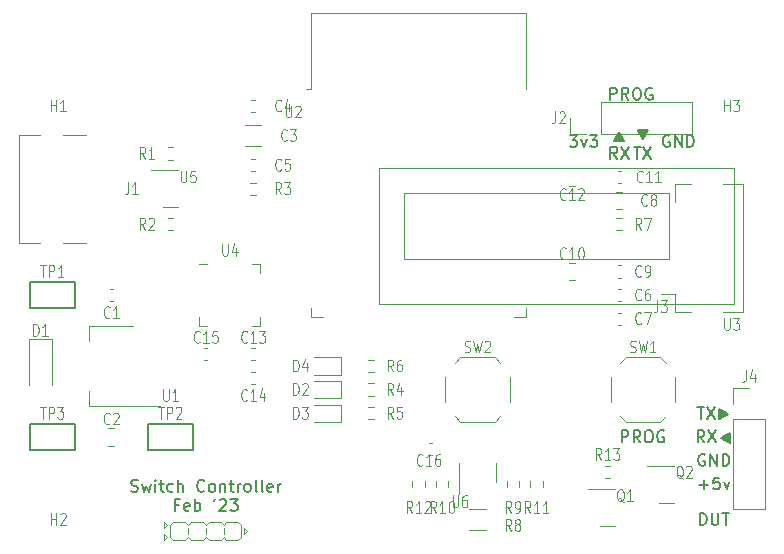
<source format=gbr>
G04 #@! TF.GenerationSoftware,KiCad,Pcbnew,(6.0.7)*
G04 #@! TF.CreationDate,2023-02-18T12:54:12-08:00*
G04 #@! TF.ProjectId,SwitchControllerBoard,53776974-6368-4436-9f6e-74726f6c6c65,rev?*
G04 #@! TF.SameCoordinates,Original*
G04 #@! TF.FileFunction,Legend,Top*
G04 #@! TF.FilePolarity,Positive*
%FSLAX46Y46*%
G04 Gerber Fmt 4.6, Leading zero omitted, Abs format (unit mm)*
G04 Created by KiCad (PCBNEW (6.0.7)) date 2023-02-18 12:54:12*
%MOMM*%
%LPD*%
G01*
G04 APERTURE LIST*
%ADD10C,0.150000*%
%ADD11C,0.100000*%
%ADD12C,0.120000*%
G04 APERTURE END LIST*
D10*
X150809523Y-38452380D02*
X151428571Y-38452380D01*
X151095238Y-38833333D01*
X151238095Y-38833333D01*
X151333333Y-38880952D01*
X151380952Y-38928571D01*
X151428571Y-39023809D01*
X151428571Y-39261904D01*
X151380952Y-39357142D01*
X151333333Y-39404761D01*
X151238095Y-39452380D01*
X150952380Y-39452380D01*
X150857142Y-39404761D01*
X150809523Y-39357142D01*
X151761904Y-38785714D02*
X152000000Y-39452380D01*
X152238095Y-38785714D01*
X152523809Y-38452380D02*
X153142857Y-38452380D01*
X152809523Y-38833333D01*
X152952380Y-38833333D01*
X153047619Y-38880952D01*
X153095238Y-38928571D01*
X153142857Y-39023809D01*
X153142857Y-39261904D01*
X153095238Y-39357142D01*
X153047619Y-39404761D01*
X152952380Y-39452380D01*
X152666666Y-39452380D01*
X152571428Y-39404761D01*
X152523809Y-39357142D01*
X162214285Y-64452380D02*
X161880952Y-63976190D01*
X161642857Y-64452380D02*
X161642857Y-63452380D01*
X162023809Y-63452380D01*
X162119047Y-63500000D01*
X162166666Y-63547619D01*
X162214285Y-63642857D01*
X162214285Y-63785714D01*
X162166666Y-63880952D01*
X162119047Y-63928571D01*
X162023809Y-63976190D01*
X161642857Y-63976190D01*
X162547619Y-63452380D02*
X163214285Y-64452380D01*
X163214285Y-63452380D02*
X162547619Y-64452380D01*
X164309523Y-64452380D02*
X164309523Y-63690476D01*
X164261904Y-64404761D02*
X164261904Y-63738095D01*
X164214285Y-64404761D02*
X164214285Y-63738095D01*
X164166666Y-64357142D02*
X164166666Y-63785714D01*
X164119047Y-64357142D02*
X164119047Y-63785714D01*
X164071428Y-64309523D02*
X164071428Y-63833333D01*
X164023809Y-64309523D02*
X164023809Y-63833333D01*
X163976190Y-64261904D02*
X163976190Y-63880952D01*
X163928571Y-64214285D02*
X163928571Y-63928571D01*
X163880952Y-64214285D02*
X163880952Y-63928571D01*
X163833333Y-64166666D02*
X163833333Y-63976190D01*
X163785714Y-64166666D02*
X163785714Y-63976190D01*
X163738095Y-64071428D02*
X163690476Y-64071428D01*
X163738095Y-64119047D02*
X163738095Y-64023809D01*
X164357142Y-64452380D02*
X163642857Y-64071428D01*
X164357142Y-63690476D01*
X163595238Y-64071428D02*
X164357142Y-63642857D01*
X164357142Y-64500000D01*
X163595238Y-64071428D01*
X155214285Y-64452380D02*
X155214285Y-63452380D01*
X155595238Y-63452380D01*
X155690476Y-63500000D01*
X155738095Y-63547619D01*
X155785714Y-63642857D01*
X155785714Y-63785714D01*
X155738095Y-63880952D01*
X155690476Y-63928571D01*
X155595238Y-63976190D01*
X155214285Y-63976190D01*
X156785714Y-64452380D02*
X156452380Y-63976190D01*
X156214285Y-64452380D02*
X156214285Y-63452380D01*
X156595238Y-63452380D01*
X156690476Y-63500000D01*
X156738095Y-63547619D01*
X156785714Y-63642857D01*
X156785714Y-63785714D01*
X156738095Y-63880952D01*
X156690476Y-63928571D01*
X156595238Y-63976190D01*
X156214285Y-63976190D01*
X157404761Y-63452380D02*
X157595238Y-63452380D01*
X157690476Y-63500000D01*
X157785714Y-63595238D01*
X157833333Y-63785714D01*
X157833333Y-64119047D01*
X157785714Y-64309523D01*
X157690476Y-64404761D01*
X157595238Y-64452380D01*
X157404761Y-64452380D01*
X157309523Y-64404761D01*
X157214285Y-64309523D01*
X157166666Y-64119047D01*
X157166666Y-63785714D01*
X157214285Y-63595238D01*
X157309523Y-63500000D01*
X157404761Y-63452380D01*
X158785714Y-63500000D02*
X158690476Y-63452380D01*
X158547619Y-63452380D01*
X158404761Y-63500000D01*
X158309523Y-63595238D01*
X158261904Y-63690476D01*
X158214285Y-63880952D01*
X158214285Y-64023809D01*
X158261904Y-64214285D01*
X158309523Y-64309523D01*
X158404761Y-64404761D01*
X158547619Y-64452380D01*
X158642857Y-64452380D01*
X158785714Y-64404761D01*
X158833333Y-64357142D01*
X158833333Y-64023809D01*
X158642857Y-64023809D01*
X159238095Y-38500000D02*
X159142857Y-38452380D01*
X159000000Y-38452380D01*
X158857142Y-38500000D01*
X158761904Y-38595238D01*
X158714285Y-38690476D01*
X158666666Y-38880952D01*
X158666666Y-39023809D01*
X158714285Y-39214285D01*
X158761904Y-39309523D01*
X158857142Y-39404761D01*
X159000000Y-39452380D01*
X159095238Y-39452380D01*
X159238095Y-39404761D01*
X159285714Y-39357142D01*
X159285714Y-39023809D01*
X159095238Y-39023809D01*
X159714285Y-39452380D02*
X159714285Y-38452380D01*
X160285714Y-39452380D01*
X160285714Y-38452380D01*
X160761904Y-39452380D02*
X160761904Y-38452380D01*
X161000000Y-38452380D01*
X161142857Y-38500000D01*
X161238095Y-38595238D01*
X161285714Y-38690476D01*
X161333333Y-38880952D01*
X161333333Y-39023809D01*
X161285714Y-39214285D01*
X161238095Y-39309523D01*
X161142857Y-39404761D01*
X161000000Y-39452380D01*
X160761904Y-39452380D01*
X156238095Y-39452380D02*
X156809523Y-39452380D01*
X156523809Y-40452380D02*
X156523809Y-39452380D01*
X157047619Y-39452380D02*
X157714285Y-40452380D01*
X157714285Y-39452380D02*
X157047619Y-40452380D01*
X161761904Y-68071428D02*
X162523809Y-68071428D01*
X162142857Y-68452380D02*
X162142857Y-67690476D01*
X163476190Y-67452380D02*
X163000000Y-67452380D01*
X162952380Y-67928571D01*
X163000000Y-67880952D01*
X163095238Y-67833333D01*
X163333333Y-67833333D01*
X163428571Y-67880952D01*
X163476190Y-67928571D01*
X163523809Y-68023809D01*
X163523809Y-68261904D01*
X163476190Y-68357142D01*
X163428571Y-68404761D01*
X163333333Y-68452380D01*
X163095238Y-68452380D01*
X163000000Y-68404761D01*
X162952380Y-68357142D01*
X163857142Y-67785714D02*
X164095238Y-68452380D01*
X164333333Y-67785714D01*
X154619047Y-38904761D02*
X154619047Y-38952380D01*
X154666666Y-38809523D02*
X154666666Y-38952380D01*
X154714285Y-38714285D02*
X154714285Y-38952380D01*
X154761904Y-38619047D02*
X154761904Y-38952380D01*
X154809523Y-38571428D02*
X154809523Y-38952380D01*
X154857142Y-38476190D02*
X154857142Y-38952380D01*
X154904761Y-38380952D02*
X154904761Y-38952380D01*
X154952380Y-38285714D02*
X154952380Y-38952380D01*
X155000000Y-38190476D02*
X155000000Y-38952380D01*
X155047619Y-38285714D02*
X155047619Y-38952380D01*
X155095238Y-38380952D02*
X155095238Y-38952380D01*
X155142857Y-38476190D02*
X155142857Y-38952380D01*
X155190476Y-38571428D02*
X155190476Y-38952380D01*
X155238095Y-38619047D02*
X155238095Y-38952380D01*
X155285714Y-38714285D02*
X155285714Y-38952380D01*
X155333333Y-38809523D02*
X155333333Y-38952380D01*
X155380952Y-38952380D02*
X155000000Y-38238095D01*
X154619047Y-38952380D01*
X155380952Y-38904761D02*
X155380952Y-38952380D01*
X155000000Y-38190476D02*
X155428571Y-38952380D01*
X154571428Y-38952380D01*
X155000000Y-38190476D01*
X162238095Y-65500000D02*
X162142857Y-65452380D01*
X162000000Y-65452380D01*
X161857142Y-65500000D01*
X161761904Y-65595238D01*
X161714285Y-65690476D01*
X161666666Y-65880952D01*
X161666666Y-66023809D01*
X161714285Y-66214285D01*
X161761904Y-66309523D01*
X161857142Y-66404761D01*
X162000000Y-66452380D01*
X162095238Y-66452380D01*
X162238095Y-66404761D01*
X162285714Y-66357142D01*
X162285714Y-66023809D01*
X162095238Y-66023809D01*
X162714285Y-66452380D02*
X162714285Y-65452380D01*
X163285714Y-66452380D01*
X163285714Y-65452380D01*
X163761904Y-66452380D02*
X163761904Y-65452380D01*
X164000000Y-65452380D01*
X164142857Y-65500000D01*
X164238095Y-65595238D01*
X164285714Y-65690476D01*
X164333333Y-65880952D01*
X164333333Y-66023809D01*
X164285714Y-66214285D01*
X164238095Y-66309523D01*
X164142857Y-66404761D01*
X164000000Y-66452380D01*
X163761904Y-66452380D01*
X161833333Y-71452380D02*
X161833333Y-70452380D01*
X162071428Y-70452380D01*
X162214285Y-70500000D01*
X162309523Y-70595238D01*
X162357142Y-70690476D01*
X162404761Y-70880952D01*
X162404761Y-71023809D01*
X162357142Y-71214285D01*
X162309523Y-71309523D01*
X162214285Y-71404761D01*
X162071428Y-71452380D01*
X161833333Y-71452380D01*
X162833333Y-70452380D02*
X162833333Y-71261904D01*
X162880952Y-71357142D01*
X162928571Y-71404761D01*
X163023809Y-71452380D01*
X163214285Y-71452380D01*
X163309523Y-71404761D01*
X163357142Y-71357142D01*
X163404761Y-71261904D01*
X163404761Y-70452380D01*
X163738095Y-70452380D02*
X164309523Y-70452380D01*
X164023809Y-71452380D02*
X164023809Y-70452380D01*
X161619047Y-61452380D02*
X162190476Y-61452380D01*
X161904761Y-62452380D02*
X161904761Y-61452380D01*
X162428571Y-61452380D02*
X163095238Y-62452380D01*
X163095238Y-61452380D02*
X162428571Y-62452380D01*
X163523809Y-61690476D02*
X163523809Y-62452380D01*
X163571428Y-61738095D02*
X163571428Y-62404761D01*
X163619047Y-61738095D02*
X163619047Y-62404761D01*
X163666666Y-61785714D02*
X163666666Y-62357142D01*
X163714285Y-61785714D02*
X163714285Y-62357142D01*
X163761904Y-61833333D02*
X163761904Y-62309523D01*
X163809523Y-61833333D02*
X163809523Y-62309523D01*
X163857142Y-61880952D02*
X163857142Y-62261904D01*
X163904761Y-61928571D02*
X163904761Y-62214285D01*
X163952380Y-61928571D02*
X163952380Y-62214285D01*
X164000000Y-61976190D02*
X164000000Y-62166666D01*
X164047619Y-61976190D02*
X164047619Y-62166666D01*
X164095238Y-62071428D02*
X164142857Y-62071428D01*
X164095238Y-62023809D02*
X164095238Y-62119047D01*
X163476190Y-61690476D02*
X164190476Y-62071428D01*
X163476190Y-62452380D01*
X164238095Y-62071428D02*
X163476190Y-62500000D01*
X163476190Y-61642857D01*
X164238095Y-62071428D01*
X113690476Y-68599761D02*
X113833333Y-68647380D01*
X114071428Y-68647380D01*
X114166666Y-68599761D01*
X114214285Y-68552142D01*
X114261904Y-68456904D01*
X114261904Y-68361666D01*
X114214285Y-68266428D01*
X114166666Y-68218809D01*
X114071428Y-68171190D01*
X113880952Y-68123571D01*
X113785714Y-68075952D01*
X113738095Y-68028333D01*
X113690476Y-67933095D01*
X113690476Y-67837857D01*
X113738095Y-67742619D01*
X113785714Y-67695000D01*
X113880952Y-67647380D01*
X114119047Y-67647380D01*
X114261904Y-67695000D01*
X114595238Y-67980714D02*
X114785714Y-68647380D01*
X114976190Y-68171190D01*
X115166666Y-68647380D01*
X115357142Y-67980714D01*
X115738095Y-68647380D02*
X115738095Y-67980714D01*
X115738095Y-67647380D02*
X115690476Y-67695000D01*
X115738095Y-67742619D01*
X115785714Y-67695000D01*
X115738095Y-67647380D01*
X115738095Y-67742619D01*
X116071428Y-67980714D02*
X116452380Y-67980714D01*
X116214285Y-67647380D02*
X116214285Y-68504523D01*
X116261904Y-68599761D01*
X116357142Y-68647380D01*
X116452380Y-68647380D01*
X117214285Y-68599761D02*
X117119047Y-68647380D01*
X116928571Y-68647380D01*
X116833333Y-68599761D01*
X116785714Y-68552142D01*
X116738095Y-68456904D01*
X116738095Y-68171190D01*
X116785714Y-68075952D01*
X116833333Y-68028333D01*
X116928571Y-67980714D01*
X117119047Y-67980714D01*
X117214285Y-68028333D01*
X117642857Y-68647380D02*
X117642857Y-67647380D01*
X118071428Y-68647380D02*
X118071428Y-68123571D01*
X118023809Y-68028333D01*
X117928571Y-67980714D01*
X117785714Y-67980714D01*
X117690476Y-68028333D01*
X117642857Y-68075952D01*
X119880952Y-68552142D02*
X119833333Y-68599761D01*
X119690476Y-68647380D01*
X119595238Y-68647380D01*
X119452380Y-68599761D01*
X119357142Y-68504523D01*
X119309523Y-68409285D01*
X119261904Y-68218809D01*
X119261904Y-68075952D01*
X119309523Y-67885476D01*
X119357142Y-67790238D01*
X119452380Y-67695000D01*
X119595238Y-67647380D01*
X119690476Y-67647380D01*
X119833333Y-67695000D01*
X119880952Y-67742619D01*
X120452380Y-68647380D02*
X120357142Y-68599761D01*
X120309523Y-68552142D01*
X120261904Y-68456904D01*
X120261904Y-68171190D01*
X120309523Y-68075952D01*
X120357142Y-68028333D01*
X120452380Y-67980714D01*
X120595238Y-67980714D01*
X120690476Y-68028333D01*
X120738095Y-68075952D01*
X120785714Y-68171190D01*
X120785714Y-68456904D01*
X120738095Y-68552142D01*
X120690476Y-68599761D01*
X120595238Y-68647380D01*
X120452380Y-68647380D01*
X121214285Y-67980714D02*
X121214285Y-68647380D01*
X121214285Y-68075952D02*
X121261904Y-68028333D01*
X121357142Y-67980714D01*
X121500000Y-67980714D01*
X121595238Y-68028333D01*
X121642857Y-68123571D01*
X121642857Y-68647380D01*
X121976190Y-67980714D02*
X122357142Y-67980714D01*
X122119047Y-67647380D02*
X122119047Y-68504523D01*
X122166666Y-68599761D01*
X122261904Y-68647380D01*
X122357142Y-68647380D01*
X122690476Y-68647380D02*
X122690476Y-67980714D01*
X122690476Y-68171190D02*
X122738095Y-68075952D01*
X122785714Y-68028333D01*
X122880952Y-67980714D01*
X122976190Y-67980714D01*
X123452380Y-68647380D02*
X123357142Y-68599761D01*
X123309523Y-68552142D01*
X123261904Y-68456904D01*
X123261904Y-68171190D01*
X123309523Y-68075952D01*
X123357142Y-68028333D01*
X123452380Y-67980714D01*
X123595238Y-67980714D01*
X123690476Y-68028333D01*
X123738095Y-68075952D01*
X123785714Y-68171190D01*
X123785714Y-68456904D01*
X123738095Y-68552142D01*
X123690476Y-68599761D01*
X123595238Y-68647380D01*
X123452380Y-68647380D01*
X124357142Y-68647380D02*
X124261904Y-68599761D01*
X124214285Y-68504523D01*
X124214285Y-67647380D01*
X124880952Y-68647380D02*
X124785714Y-68599761D01*
X124738095Y-68504523D01*
X124738095Y-67647380D01*
X125642857Y-68599761D02*
X125547619Y-68647380D01*
X125357142Y-68647380D01*
X125261904Y-68599761D01*
X125214285Y-68504523D01*
X125214285Y-68123571D01*
X125261904Y-68028333D01*
X125357142Y-67980714D01*
X125547619Y-67980714D01*
X125642857Y-68028333D01*
X125690476Y-68123571D01*
X125690476Y-68218809D01*
X125214285Y-68314047D01*
X126119047Y-68647380D02*
X126119047Y-67980714D01*
X126119047Y-68171190D02*
X126166666Y-68075952D01*
X126214285Y-68028333D01*
X126309523Y-67980714D01*
X126404761Y-67980714D01*
X117690476Y-69733571D02*
X117357142Y-69733571D01*
X117357142Y-70257380D02*
X117357142Y-69257380D01*
X117833333Y-69257380D01*
X118595238Y-70209761D02*
X118500000Y-70257380D01*
X118309523Y-70257380D01*
X118214285Y-70209761D01*
X118166666Y-70114523D01*
X118166666Y-69733571D01*
X118214285Y-69638333D01*
X118309523Y-69590714D01*
X118500000Y-69590714D01*
X118595238Y-69638333D01*
X118642857Y-69733571D01*
X118642857Y-69828809D01*
X118166666Y-69924047D01*
X119071428Y-70257380D02*
X119071428Y-69257380D01*
X119071428Y-69638333D02*
X119166666Y-69590714D01*
X119357142Y-69590714D01*
X119452380Y-69638333D01*
X119500000Y-69685952D01*
X119547619Y-69781190D01*
X119547619Y-70066904D01*
X119500000Y-70162142D01*
X119452380Y-70209761D01*
X119357142Y-70257380D01*
X119166666Y-70257380D01*
X119071428Y-70209761D01*
X120785714Y-69257380D02*
X120690476Y-69447857D01*
X121166666Y-69352619D02*
X121214285Y-69305000D01*
X121309523Y-69257380D01*
X121547619Y-69257380D01*
X121642857Y-69305000D01*
X121690476Y-69352619D01*
X121738095Y-69447857D01*
X121738095Y-69543095D01*
X121690476Y-69685952D01*
X121119047Y-70257380D01*
X121738095Y-70257380D01*
X122071428Y-69257380D02*
X122690476Y-69257380D01*
X122357142Y-69638333D01*
X122500000Y-69638333D01*
X122595238Y-69685952D01*
X122642857Y-69733571D01*
X122690476Y-69828809D01*
X122690476Y-70066904D01*
X122642857Y-70162142D01*
X122595238Y-70209761D01*
X122500000Y-70257380D01*
X122214285Y-70257380D01*
X122119047Y-70209761D01*
X122071428Y-70162142D01*
X154833333Y-40452380D02*
X154500000Y-39976190D01*
X154261904Y-40452380D02*
X154261904Y-39452380D01*
X154642857Y-39452380D01*
X154738095Y-39500000D01*
X154785714Y-39547619D01*
X154833333Y-39642857D01*
X154833333Y-39785714D01*
X154785714Y-39880952D01*
X154738095Y-39928571D01*
X154642857Y-39976190D01*
X154261904Y-39976190D01*
X155166666Y-39452380D02*
X155833333Y-40452380D01*
X155833333Y-39452380D02*
X155166666Y-40452380D01*
X157380952Y-38095238D02*
X157380952Y-38047619D01*
X157333333Y-38190476D02*
X157333333Y-38047619D01*
X157285714Y-38285714D02*
X157285714Y-38047619D01*
X157238095Y-38380952D02*
X157238095Y-38047619D01*
X157190476Y-38428571D02*
X157190476Y-38047619D01*
X157142857Y-38523809D02*
X157142857Y-38047619D01*
X157095238Y-38619047D02*
X157095238Y-38047619D01*
X157047619Y-38714285D02*
X157047619Y-38047619D01*
X157000000Y-38809523D02*
X157000000Y-38047619D01*
X156952380Y-38714285D02*
X156952380Y-38047619D01*
X156904761Y-38619047D02*
X156904761Y-38047619D01*
X156857142Y-38523809D02*
X156857142Y-38047619D01*
X156809523Y-38428571D02*
X156809523Y-38047619D01*
X156761904Y-38380952D02*
X156761904Y-38047619D01*
X156714285Y-38285714D02*
X156714285Y-38047619D01*
X156666666Y-38190476D02*
X156666666Y-38047619D01*
X156619047Y-38047619D02*
X157000000Y-38761904D01*
X157380952Y-38047619D01*
X156619047Y-38095238D02*
X156619047Y-38047619D01*
X157000000Y-38809523D02*
X156571428Y-38047619D01*
X157428571Y-38047619D01*
X157000000Y-38809523D01*
X154214285Y-35452380D02*
X154214285Y-34452380D01*
X154595238Y-34452380D01*
X154690476Y-34500000D01*
X154738095Y-34547619D01*
X154785714Y-34642857D01*
X154785714Y-34785714D01*
X154738095Y-34880952D01*
X154690476Y-34928571D01*
X154595238Y-34976190D01*
X154214285Y-34976190D01*
X155785714Y-35452380D02*
X155452380Y-34976190D01*
X155214285Y-35452380D02*
X155214285Y-34452380D01*
X155595238Y-34452380D01*
X155690476Y-34500000D01*
X155738095Y-34547619D01*
X155785714Y-34642857D01*
X155785714Y-34785714D01*
X155738095Y-34880952D01*
X155690476Y-34928571D01*
X155595238Y-34976190D01*
X155214285Y-34976190D01*
X156404761Y-34452380D02*
X156595238Y-34452380D01*
X156690476Y-34500000D01*
X156785714Y-34595238D01*
X156833333Y-34785714D01*
X156833333Y-35119047D01*
X156785714Y-35309523D01*
X156690476Y-35404761D01*
X156595238Y-35452380D01*
X156404761Y-35452380D01*
X156309523Y-35404761D01*
X156214285Y-35309523D01*
X156166666Y-35119047D01*
X156166666Y-34785714D01*
X156214285Y-34595238D01*
X156309523Y-34500000D01*
X156404761Y-34452380D01*
X157785714Y-34500000D02*
X157690476Y-34452380D01*
X157547619Y-34452380D01*
X157404761Y-34500000D01*
X157309523Y-34595238D01*
X157261904Y-34690476D01*
X157214285Y-34880952D01*
X157214285Y-35023809D01*
X157261904Y-35214285D01*
X157309523Y-35309523D01*
X157404761Y-35404761D01*
X157547619Y-35452380D01*
X157642857Y-35452380D01*
X157785714Y-35404761D01*
X157833333Y-35357142D01*
X157833333Y-35023809D01*
X157642857Y-35023809D01*
D11*
X145866666Y-71952380D02*
X145600000Y-71476190D01*
X145409523Y-71952380D02*
X145409523Y-70952380D01*
X145714285Y-70952380D01*
X145790476Y-71000000D01*
X145828571Y-71047619D01*
X145866666Y-71142857D01*
X145866666Y-71285714D01*
X145828571Y-71380952D01*
X145790476Y-71428571D01*
X145714285Y-71476190D01*
X145409523Y-71476190D01*
X146323809Y-71380952D02*
X146247619Y-71333333D01*
X146209523Y-71285714D01*
X146171428Y-71190476D01*
X146171428Y-71142857D01*
X146209523Y-71047619D01*
X146247619Y-71000000D01*
X146323809Y-70952380D01*
X146476190Y-70952380D01*
X146552380Y-71000000D01*
X146590476Y-71047619D01*
X146628571Y-71142857D01*
X146628571Y-71190476D01*
X146590476Y-71285714D01*
X146552380Y-71333333D01*
X146476190Y-71380952D01*
X146323809Y-71380952D01*
X146247619Y-71428571D01*
X146209523Y-71476190D01*
X146171428Y-71571428D01*
X146171428Y-71761904D01*
X146209523Y-71857142D01*
X146247619Y-71904761D01*
X146323809Y-71952380D01*
X146476190Y-71952380D01*
X146552380Y-71904761D01*
X146590476Y-71857142D01*
X146628571Y-71761904D01*
X146628571Y-71571428D01*
X146590476Y-71476190D01*
X146552380Y-71428571D01*
X146476190Y-71380952D01*
X135866666Y-58452380D02*
X135600000Y-57976190D01*
X135409523Y-58452380D02*
X135409523Y-57452380D01*
X135714285Y-57452380D01*
X135790476Y-57500000D01*
X135828571Y-57547619D01*
X135866666Y-57642857D01*
X135866666Y-57785714D01*
X135828571Y-57880952D01*
X135790476Y-57928571D01*
X135714285Y-57976190D01*
X135409523Y-57976190D01*
X136552380Y-57452380D02*
X136400000Y-57452380D01*
X136323809Y-57500000D01*
X136285714Y-57547619D01*
X136209523Y-57690476D01*
X136171428Y-57880952D01*
X136171428Y-58261904D01*
X136209523Y-58357142D01*
X136247619Y-58404761D01*
X136323809Y-58452380D01*
X136476190Y-58452380D01*
X136552380Y-58404761D01*
X136590476Y-58357142D01*
X136628571Y-58261904D01*
X136628571Y-58023809D01*
X136590476Y-57928571D01*
X136552380Y-57880952D01*
X136476190Y-57833333D01*
X136323809Y-57833333D01*
X136247619Y-57880952D01*
X136209523Y-57928571D01*
X136171428Y-58023809D01*
X153485714Y-65952380D02*
X153219047Y-65476190D01*
X153028571Y-65952380D02*
X153028571Y-64952380D01*
X153333333Y-64952380D01*
X153409523Y-65000000D01*
X153447619Y-65047619D01*
X153485714Y-65142857D01*
X153485714Y-65285714D01*
X153447619Y-65380952D01*
X153409523Y-65428571D01*
X153333333Y-65476190D01*
X153028571Y-65476190D01*
X154247619Y-65952380D02*
X153790476Y-65952380D01*
X154019047Y-65952380D02*
X154019047Y-64952380D01*
X153942857Y-65095238D01*
X153866666Y-65190476D01*
X153790476Y-65238095D01*
X154514285Y-64952380D02*
X155009523Y-64952380D01*
X154742857Y-65333333D01*
X154857142Y-65333333D01*
X154933333Y-65380952D01*
X154971428Y-65428571D01*
X155009523Y-65523809D01*
X155009523Y-65761904D01*
X154971428Y-65857142D01*
X154933333Y-65904761D01*
X154857142Y-65952380D01*
X154628571Y-65952380D01*
X154552380Y-65904761D01*
X154514285Y-65857142D01*
X126780476Y-35952380D02*
X126780476Y-36761904D01*
X126818571Y-36857142D01*
X126856666Y-36904761D01*
X126932857Y-36952380D01*
X127085238Y-36952380D01*
X127161428Y-36904761D01*
X127199523Y-36857142D01*
X127237619Y-36761904D01*
X127237619Y-35952380D01*
X127580476Y-36047619D02*
X127618571Y-36000000D01*
X127694761Y-35952380D01*
X127885238Y-35952380D01*
X127961428Y-36000000D01*
X127999523Y-36047619D01*
X128037619Y-36142857D01*
X128037619Y-36238095D01*
X127999523Y-36380952D01*
X127542380Y-36952380D01*
X128037619Y-36952380D01*
X105990476Y-49452380D02*
X106447619Y-49452380D01*
X106219047Y-50452380D02*
X106219047Y-49452380D01*
X106714285Y-50452380D02*
X106714285Y-49452380D01*
X107019047Y-49452380D01*
X107095238Y-49500000D01*
X107133333Y-49547619D01*
X107171428Y-49642857D01*
X107171428Y-49785714D01*
X107133333Y-49880952D01*
X107095238Y-49928571D01*
X107019047Y-49976190D01*
X106714285Y-49976190D01*
X107933333Y-50452380D02*
X107476190Y-50452380D01*
X107704761Y-50452380D02*
X107704761Y-49452380D01*
X107628571Y-49595238D01*
X107552380Y-49690476D01*
X107476190Y-49738095D01*
X150485714Y-43857142D02*
X150447619Y-43904761D01*
X150333333Y-43952380D01*
X150257142Y-43952380D01*
X150142857Y-43904761D01*
X150066666Y-43809523D01*
X150028571Y-43714285D01*
X149990476Y-43523809D01*
X149990476Y-43380952D01*
X150028571Y-43190476D01*
X150066666Y-43095238D01*
X150142857Y-43000000D01*
X150257142Y-42952380D01*
X150333333Y-42952380D01*
X150447619Y-43000000D01*
X150485714Y-43047619D01*
X151247619Y-43952380D02*
X150790476Y-43952380D01*
X151019047Y-43952380D02*
X151019047Y-42952380D01*
X150942857Y-43095238D01*
X150866666Y-43190476D01*
X150790476Y-43238095D01*
X151552380Y-43047619D02*
X151590476Y-43000000D01*
X151666666Y-42952380D01*
X151857142Y-42952380D01*
X151933333Y-43000000D01*
X151971428Y-43047619D01*
X152009523Y-43142857D01*
X152009523Y-43238095D01*
X151971428Y-43380952D01*
X151514285Y-43952380D01*
X152009523Y-43952380D01*
X150485714Y-48857142D02*
X150447619Y-48904761D01*
X150333333Y-48952380D01*
X150257142Y-48952380D01*
X150142857Y-48904761D01*
X150066666Y-48809523D01*
X150028571Y-48714285D01*
X149990476Y-48523809D01*
X149990476Y-48380952D01*
X150028571Y-48190476D01*
X150066666Y-48095238D01*
X150142857Y-48000000D01*
X150257142Y-47952380D01*
X150333333Y-47952380D01*
X150447619Y-48000000D01*
X150485714Y-48047619D01*
X151247619Y-48952380D02*
X150790476Y-48952380D01*
X151019047Y-48952380D02*
X151019047Y-47952380D01*
X150942857Y-48095238D01*
X150866666Y-48190476D01*
X150790476Y-48238095D01*
X151742857Y-47952380D02*
X151819047Y-47952380D01*
X151895238Y-48000000D01*
X151933333Y-48047619D01*
X151971428Y-48142857D01*
X152009523Y-48333333D01*
X152009523Y-48571428D01*
X151971428Y-48761904D01*
X151933333Y-48857142D01*
X151895238Y-48904761D01*
X151819047Y-48952380D01*
X151742857Y-48952380D01*
X151666666Y-48904761D01*
X151628571Y-48857142D01*
X151590476Y-48761904D01*
X151552380Y-48571428D01*
X151552380Y-48333333D01*
X151590476Y-48142857D01*
X151628571Y-48047619D01*
X151666666Y-48000000D01*
X151742857Y-47952380D01*
X115990476Y-61452380D02*
X116447619Y-61452380D01*
X116219047Y-62452380D02*
X116219047Y-61452380D01*
X116714285Y-62452380D02*
X116714285Y-61452380D01*
X117019047Y-61452380D01*
X117095238Y-61500000D01*
X117133333Y-61547619D01*
X117171428Y-61642857D01*
X117171428Y-61785714D01*
X117133333Y-61880952D01*
X117095238Y-61928571D01*
X117019047Y-61976190D01*
X116714285Y-61976190D01*
X117476190Y-61547619D02*
X117514285Y-61500000D01*
X117590476Y-61452380D01*
X117780952Y-61452380D01*
X117857142Y-61500000D01*
X117895238Y-61547619D01*
X117933333Y-61642857D01*
X117933333Y-61738095D01*
X117895238Y-61880952D01*
X117438095Y-62452380D01*
X117933333Y-62452380D01*
X140890476Y-68952380D02*
X140890476Y-69761904D01*
X140928571Y-69857142D01*
X140966666Y-69904761D01*
X141042857Y-69952380D01*
X141195238Y-69952380D01*
X141271428Y-69904761D01*
X141309523Y-69857142D01*
X141347619Y-69761904D01*
X141347619Y-68952380D01*
X142071428Y-68952380D02*
X141919047Y-68952380D01*
X141842857Y-69000000D01*
X141804761Y-69047619D01*
X141728571Y-69190476D01*
X141690476Y-69380952D01*
X141690476Y-69761904D01*
X141728571Y-69857142D01*
X141766666Y-69904761D01*
X141842857Y-69952380D01*
X141995238Y-69952380D01*
X142071428Y-69904761D01*
X142109523Y-69857142D01*
X142147619Y-69761904D01*
X142147619Y-69523809D01*
X142109523Y-69428571D01*
X142071428Y-69380952D01*
X141995238Y-69333333D01*
X141842857Y-69333333D01*
X141766666Y-69380952D01*
X141728571Y-69428571D01*
X141690476Y-69523809D01*
X127409523Y-60452380D02*
X127409523Y-59452380D01*
X127600000Y-59452380D01*
X127714285Y-59500000D01*
X127790476Y-59595238D01*
X127828571Y-59690476D01*
X127866666Y-59880952D01*
X127866666Y-60023809D01*
X127828571Y-60214285D01*
X127790476Y-60309523D01*
X127714285Y-60404761D01*
X127600000Y-60452380D01*
X127409523Y-60452380D01*
X128171428Y-59547619D02*
X128209523Y-59500000D01*
X128285714Y-59452380D01*
X128476190Y-59452380D01*
X128552380Y-59500000D01*
X128590476Y-59547619D01*
X128628571Y-59642857D01*
X128628571Y-59738095D01*
X128590476Y-59880952D01*
X128133333Y-60452380D01*
X128628571Y-60452380D01*
X105409523Y-55452380D02*
X105409523Y-54452380D01*
X105600000Y-54452380D01*
X105714285Y-54500000D01*
X105790476Y-54595238D01*
X105828571Y-54690476D01*
X105866666Y-54880952D01*
X105866666Y-55023809D01*
X105828571Y-55214285D01*
X105790476Y-55309523D01*
X105714285Y-55404761D01*
X105600000Y-55452380D01*
X105409523Y-55452380D01*
X106628571Y-55452380D02*
X106171428Y-55452380D01*
X106400000Y-55452380D02*
X106400000Y-54452380D01*
X106323809Y-54595238D01*
X106247619Y-54690476D01*
X106171428Y-54738095D01*
X117890476Y-41452380D02*
X117890476Y-42261904D01*
X117928571Y-42357142D01*
X117966666Y-42404761D01*
X118042857Y-42452380D01*
X118195238Y-42452380D01*
X118271428Y-42404761D01*
X118309523Y-42357142D01*
X118347619Y-42261904D01*
X118347619Y-41452380D01*
X119109523Y-41452380D02*
X118728571Y-41452380D01*
X118690476Y-41928571D01*
X118728571Y-41880952D01*
X118804761Y-41833333D01*
X118995238Y-41833333D01*
X119071428Y-41880952D01*
X119109523Y-41928571D01*
X119147619Y-42023809D01*
X119147619Y-42261904D01*
X119109523Y-42357142D01*
X119071428Y-42404761D01*
X118995238Y-42452380D01*
X118804761Y-42452380D01*
X118728571Y-42404761D01*
X118690476Y-42357142D01*
X145866666Y-70452380D02*
X145600000Y-69976190D01*
X145409523Y-70452380D02*
X145409523Y-69452380D01*
X145714285Y-69452380D01*
X145790476Y-69500000D01*
X145828571Y-69547619D01*
X145866666Y-69642857D01*
X145866666Y-69785714D01*
X145828571Y-69880952D01*
X145790476Y-69928571D01*
X145714285Y-69976190D01*
X145409523Y-69976190D01*
X146247619Y-70452380D02*
X146400000Y-70452380D01*
X146476190Y-70404761D01*
X146514285Y-70357142D01*
X146590476Y-70214285D01*
X146628571Y-70023809D01*
X146628571Y-69642857D01*
X146590476Y-69547619D01*
X146552380Y-69500000D01*
X146476190Y-69452380D01*
X146323809Y-69452380D01*
X146247619Y-69500000D01*
X146209523Y-69547619D01*
X146171428Y-69642857D01*
X146171428Y-69880952D01*
X146209523Y-69976190D01*
X146247619Y-70023809D01*
X146323809Y-70071428D01*
X146476190Y-70071428D01*
X146552380Y-70023809D01*
X146590476Y-69976190D01*
X146628571Y-69880952D01*
X126366666Y-36357142D02*
X126328571Y-36404761D01*
X126214285Y-36452380D01*
X126138095Y-36452380D01*
X126023809Y-36404761D01*
X125947619Y-36309523D01*
X125909523Y-36214285D01*
X125871428Y-36023809D01*
X125871428Y-35880952D01*
X125909523Y-35690476D01*
X125947619Y-35595238D01*
X126023809Y-35500000D01*
X126138095Y-35452380D01*
X126214285Y-35452380D01*
X126328571Y-35500000D01*
X126366666Y-35547619D01*
X127052380Y-35785714D02*
X127052380Y-36452380D01*
X126861904Y-35404761D02*
X126671428Y-36119047D01*
X127166666Y-36119047D01*
X121390476Y-47652380D02*
X121390476Y-48461904D01*
X121428571Y-48557142D01*
X121466666Y-48604761D01*
X121542857Y-48652380D01*
X121695238Y-48652380D01*
X121771428Y-48604761D01*
X121809523Y-48557142D01*
X121847619Y-48461904D01*
X121847619Y-47652380D01*
X122571428Y-47985714D02*
X122571428Y-48652380D01*
X122380952Y-47604761D02*
X122190476Y-48319047D01*
X122685714Y-48319047D01*
X158233333Y-52452380D02*
X158233333Y-53166666D01*
X158195238Y-53309523D01*
X158119047Y-53404761D01*
X158004761Y-53452380D01*
X157928571Y-53452380D01*
X158538095Y-52452380D02*
X159033333Y-52452380D01*
X158766666Y-52833333D01*
X158880952Y-52833333D01*
X158957142Y-52880952D01*
X158995238Y-52928571D01*
X159033333Y-53023809D01*
X159033333Y-53261904D01*
X158995238Y-53357142D01*
X158957142Y-53404761D01*
X158880952Y-53452380D01*
X158652380Y-53452380D01*
X158576190Y-53404761D01*
X158538095Y-53357142D01*
X135866666Y-60452380D02*
X135600000Y-59976190D01*
X135409523Y-60452380D02*
X135409523Y-59452380D01*
X135714285Y-59452380D01*
X135790476Y-59500000D01*
X135828571Y-59547619D01*
X135866666Y-59642857D01*
X135866666Y-59785714D01*
X135828571Y-59880952D01*
X135790476Y-59928571D01*
X135714285Y-59976190D01*
X135409523Y-59976190D01*
X136552380Y-59785714D02*
X136552380Y-60452380D01*
X136361904Y-59404761D02*
X136171428Y-60119047D01*
X136666666Y-60119047D01*
X149603333Y-36452380D02*
X149603333Y-37166666D01*
X149565238Y-37309523D01*
X149489047Y-37404761D01*
X149374761Y-37452380D01*
X149298571Y-37452380D01*
X149946190Y-36547619D02*
X149984285Y-36500000D01*
X150060476Y-36452380D01*
X150250952Y-36452380D01*
X150327142Y-36500000D01*
X150365238Y-36547619D01*
X150403333Y-36642857D01*
X150403333Y-36738095D01*
X150365238Y-36880952D01*
X149908095Y-37452380D01*
X150403333Y-37452380D01*
X138345134Y-66357142D02*
X138307039Y-66404761D01*
X138192753Y-66452380D01*
X138116562Y-66452380D01*
X138002277Y-66404761D01*
X137926086Y-66309523D01*
X137887991Y-66214285D01*
X137849896Y-66023809D01*
X137849896Y-65880952D01*
X137887991Y-65690476D01*
X137926086Y-65595238D01*
X138002277Y-65500000D01*
X138116562Y-65452380D01*
X138192753Y-65452380D01*
X138307039Y-65500000D01*
X138345134Y-65547619D01*
X139107039Y-66452380D02*
X138649896Y-66452380D01*
X138878467Y-66452380D02*
X138878467Y-65452380D01*
X138802277Y-65595238D01*
X138726086Y-65690476D01*
X138649896Y-65738095D01*
X139792753Y-65452380D02*
X139640372Y-65452380D01*
X139564181Y-65500000D01*
X139526086Y-65547619D01*
X139449896Y-65690476D01*
X139411800Y-65880952D01*
X139411800Y-66261904D01*
X139449896Y-66357142D01*
X139487991Y-66404761D01*
X139564181Y-66452380D01*
X139716562Y-66452380D01*
X139792753Y-66404761D01*
X139830848Y-66357142D01*
X139868943Y-66261904D01*
X139868943Y-66023809D01*
X139830848Y-65928571D01*
X139792753Y-65880952D01*
X139716562Y-65833333D01*
X139564181Y-65833333D01*
X139487991Y-65880952D01*
X139449896Y-65928571D01*
X139411800Y-66023809D01*
X106890476Y-71452380D02*
X106890476Y-70452380D01*
X106890476Y-70928571D02*
X107347619Y-70928571D01*
X107347619Y-71452380D02*
X107347619Y-70452380D01*
X107690476Y-70547619D02*
X107728571Y-70500000D01*
X107804761Y-70452380D01*
X107995238Y-70452380D01*
X108071428Y-70500000D01*
X108109523Y-70547619D01*
X108147619Y-70642857D01*
X108147619Y-70738095D01*
X108109523Y-70880952D01*
X107652380Y-71452380D01*
X108147619Y-71452380D01*
X163890476Y-36452380D02*
X163890476Y-35452380D01*
X163890476Y-35928571D02*
X164347619Y-35928571D01*
X164347619Y-36452380D02*
X164347619Y-35452380D01*
X164652380Y-35452380D02*
X165147619Y-35452380D01*
X164880952Y-35833333D01*
X164995238Y-35833333D01*
X165071428Y-35880952D01*
X165109523Y-35928571D01*
X165147619Y-36023809D01*
X165147619Y-36261904D01*
X165109523Y-36357142D01*
X165071428Y-36404761D01*
X164995238Y-36452380D01*
X164766666Y-36452380D01*
X164690476Y-36404761D01*
X164652380Y-36357142D01*
X113448333Y-42452380D02*
X113448333Y-43166666D01*
X113410238Y-43309523D01*
X113334047Y-43404761D01*
X113219761Y-43452380D01*
X113143571Y-43452380D01*
X114248333Y-43452380D02*
X113791190Y-43452380D01*
X114019761Y-43452380D02*
X114019761Y-42452380D01*
X113943571Y-42595238D01*
X113867380Y-42690476D01*
X113791190Y-42738095D01*
X157366666Y-44357142D02*
X157328571Y-44404761D01*
X157214285Y-44452380D01*
X157138095Y-44452380D01*
X157023809Y-44404761D01*
X156947619Y-44309523D01*
X156909523Y-44214285D01*
X156871428Y-44023809D01*
X156871428Y-43880952D01*
X156909523Y-43690476D01*
X156947619Y-43595238D01*
X157023809Y-43500000D01*
X157138095Y-43452380D01*
X157214285Y-43452380D01*
X157328571Y-43500000D01*
X157366666Y-43547619D01*
X157823809Y-43880952D02*
X157747619Y-43833333D01*
X157709523Y-43785714D01*
X157671428Y-43690476D01*
X157671428Y-43642857D01*
X157709523Y-43547619D01*
X157747619Y-43500000D01*
X157823809Y-43452380D01*
X157976190Y-43452380D01*
X158052380Y-43500000D01*
X158090476Y-43547619D01*
X158128571Y-43642857D01*
X158128571Y-43690476D01*
X158090476Y-43785714D01*
X158052380Y-43833333D01*
X157976190Y-43880952D01*
X157823809Y-43880952D01*
X157747619Y-43928571D01*
X157709523Y-43976190D01*
X157671428Y-44071428D01*
X157671428Y-44261904D01*
X157709523Y-44357142D01*
X157747619Y-44404761D01*
X157823809Y-44452380D01*
X157976190Y-44452380D01*
X158052380Y-44404761D01*
X158090476Y-44357142D01*
X158128571Y-44261904D01*
X158128571Y-44071428D01*
X158090476Y-43976190D01*
X158052380Y-43928571D01*
X157976190Y-43880952D01*
X147485714Y-70452380D02*
X147219047Y-69976190D01*
X147028571Y-70452380D02*
X147028571Y-69452380D01*
X147333333Y-69452380D01*
X147409523Y-69500000D01*
X147447619Y-69547619D01*
X147485714Y-69642857D01*
X147485714Y-69785714D01*
X147447619Y-69880952D01*
X147409523Y-69928571D01*
X147333333Y-69976190D01*
X147028571Y-69976190D01*
X148247619Y-70452380D02*
X147790476Y-70452380D01*
X148019047Y-70452380D02*
X148019047Y-69452380D01*
X147942857Y-69595238D01*
X147866666Y-69690476D01*
X147790476Y-69738095D01*
X149009523Y-70452380D02*
X148552380Y-70452380D01*
X148780952Y-70452380D02*
X148780952Y-69452380D01*
X148704761Y-69595238D01*
X148628571Y-69690476D01*
X148552380Y-69738095D01*
X126366666Y-43452380D02*
X126100000Y-42976190D01*
X125909523Y-43452380D02*
X125909523Y-42452380D01*
X126214285Y-42452380D01*
X126290476Y-42500000D01*
X126328571Y-42547619D01*
X126366666Y-42642857D01*
X126366666Y-42785714D01*
X126328571Y-42880952D01*
X126290476Y-42928571D01*
X126214285Y-42976190D01*
X125909523Y-42976190D01*
X126633333Y-42452380D02*
X127128571Y-42452380D01*
X126861904Y-42833333D01*
X126976190Y-42833333D01*
X127052380Y-42880952D01*
X127090476Y-42928571D01*
X127128571Y-43023809D01*
X127128571Y-43261904D01*
X127090476Y-43357142D01*
X127052380Y-43404761D01*
X126976190Y-43452380D01*
X126747619Y-43452380D01*
X126671428Y-43404761D01*
X126633333Y-43357142D01*
X156866666Y-54357142D02*
X156828571Y-54404761D01*
X156714285Y-54452380D01*
X156638095Y-54452380D01*
X156523809Y-54404761D01*
X156447619Y-54309523D01*
X156409523Y-54214285D01*
X156371428Y-54023809D01*
X156371428Y-53880952D01*
X156409523Y-53690476D01*
X156447619Y-53595238D01*
X156523809Y-53500000D01*
X156638095Y-53452380D01*
X156714285Y-53452380D01*
X156828571Y-53500000D01*
X156866666Y-53547619D01*
X157133333Y-53452380D02*
X157666666Y-53452380D01*
X157323809Y-54452380D01*
X155423809Y-69547619D02*
X155347619Y-69500000D01*
X155271428Y-69404761D01*
X155157142Y-69261904D01*
X155080952Y-69214285D01*
X155004761Y-69214285D01*
X155042857Y-69452380D02*
X154966666Y-69404761D01*
X154890476Y-69309523D01*
X154852380Y-69119047D01*
X154852380Y-68785714D01*
X154890476Y-68595238D01*
X154966666Y-68500000D01*
X155042857Y-68452380D01*
X155195238Y-68452380D01*
X155271428Y-68500000D01*
X155347619Y-68595238D01*
X155385714Y-68785714D01*
X155385714Y-69119047D01*
X155347619Y-69309523D01*
X155271428Y-69404761D01*
X155195238Y-69452380D01*
X155042857Y-69452380D01*
X156147619Y-69452380D02*
X155690476Y-69452380D01*
X155919047Y-69452380D02*
X155919047Y-68452380D01*
X155842857Y-68595238D01*
X155766666Y-68690476D01*
X155690476Y-68738095D01*
X127409523Y-62452380D02*
X127409523Y-61452380D01*
X127600000Y-61452380D01*
X127714285Y-61500000D01*
X127790476Y-61595238D01*
X127828571Y-61690476D01*
X127866666Y-61880952D01*
X127866666Y-62023809D01*
X127828571Y-62214285D01*
X127790476Y-62309523D01*
X127714285Y-62404761D01*
X127600000Y-62452380D01*
X127409523Y-62452380D01*
X128133333Y-61452380D02*
X128628571Y-61452380D01*
X128361904Y-61833333D01*
X128476190Y-61833333D01*
X128552380Y-61880952D01*
X128590476Y-61928571D01*
X128628571Y-62023809D01*
X128628571Y-62261904D01*
X128590476Y-62357142D01*
X128552380Y-62404761D01*
X128476190Y-62452380D01*
X128247619Y-62452380D01*
X128171428Y-62404761D01*
X128133333Y-62357142D01*
X123485714Y-55927142D02*
X123447619Y-55974761D01*
X123333333Y-56022380D01*
X123257142Y-56022380D01*
X123142857Y-55974761D01*
X123066666Y-55879523D01*
X123028571Y-55784285D01*
X122990476Y-55593809D01*
X122990476Y-55450952D01*
X123028571Y-55260476D01*
X123066666Y-55165238D01*
X123142857Y-55070000D01*
X123257142Y-55022380D01*
X123333333Y-55022380D01*
X123447619Y-55070000D01*
X123485714Y-55117619D01*
X124247619Y-56022380D02*
X123790476Y-56022380D01*
X124019047Y-56022380D02*
X124019047Y-55022380D01*
X123942857Y-55165238D01*
X123866666Y-55260476D01*
X123790476Y-55308095D01*
X124514285Y-55022380D02*
X125009523Y-55022380D01*
X124742857Y-55403333D01*
X124857142Y-55403333D01*
X124933333Y-55450952D01*
X124971428Y-55498571D01*
X125009523Y-55593809D01*
X125009523Y-55831904D01*
X124971428Y-55927142D01*
X124933333Y-55974761D01*
X124857142Y-56022380D01*
X124628571Y-56022380D01*
X124552380Y-55974761D01*
X124514285Y-55927142D01*
X137485714Y-70452380D02*
X137219047Y-69976190D01*
X137028571Y-70452380D02*
X137028571Y-69452380D01*
X137333333Y-69452380D01*
X137409523Y-69500000D01*
X137447619Y-69547619D01*
X137485714Y-69642857D01*
X137485714Y-69785714D01*
X137447619Y-69880952D01*
X137409523Y-69928571D01*
X137333333Y-69976190D01*
X137028571Y-69976190D01*
X138247619Y-70452380D02*
X137790476Y-70452380D01*
X138019047Y-70452380D02*
X138019047Y-69452380D01*
X137942857Y-69595238D01*
X137866666Y-69690476D01*
X137790476Y-69738095D01*
X138552380Y-69547619D02*
X138590476Y-69500000D01*
X138666666Y-69452380D01*
X138857142Y-69452380D01*
X138933333Y-69500000D01*
X138971428Y-69547619D01*
X139009523Y-69642857D01*
X139009523Y-69738095D01*
X138971428Y-69880952D01*
X138514285Y-70452380D01*
X139009523Y-70452380D01*
X156866666Y-52357142D02*
X156828571Y-52404761D01*
X156714285Y-52452380D01*
X156638095Y-52452380D01*
X156523809Y-52404761D01*
X156447619Y-52309523D01*
X156409523Y-52214285D01*
X156371428Y-52023809D01*
X156371428Y-51880952D01*
X156409523Y-51690476D01*
X156447619Y-51595238D01*
X156523809Y-51500000D01*
X156638095Y-51452380D01*
X156714285Y-51452380D01*
X156828571Y-51500000D01*
X156866666Y-51547619D01*
X157552380Y-51452380D02*
X157400000Y-51452380D01*
X157323809Y-51500000D01*
X157285714Y-51547619D01*
X157209523Y-51690476D01*
X157171428Y-51880952D01*
X157171428Y-52261904D01*
X157209523Y-52357142D01*
X157247619Y-52404761D01*
X157323809Y-52452380D01*
X157476190Y-52452380D01*
X157552380Y-52404761D01*
X157590476Y-52357142D01*
X157628571Y-52261904D01*
X157628571Y-52023809D01*
X157590476Y-51928571D01*
X157552380Y-51880952D01*
X157476190Y-51833333D01*
X157323809Y-51833333D01*
X157247619Y-51880952D01*
X157209523Y-51928571D01*
X157171428Y-52023809D01*
X156866666Y-50357142D02*
X156828571Y-50404761D01*
X156714285Y-50452380D01*
X156638095Y-50452380D01*
X156523809Y-50404761D01*
X156447619Y-50309523D01*
X156409523Y-50214285D01*
X156371428Y-50023809D01*
X156371428Y-49880952D01*
X156409523Y-49690476D01*
X156447619Y-49595238D01*
X156523809Y-49500000D01*
X156638095Y-49452380D01*
X156714285Y-49452380D01*
X156828571Y-49500000D01*
X156866666Y-49547619D01*
X157247619Y-50452380D02*
X157400000Y-50452380D01*
X157476190Y-50404761D01*
X157514285Y-50357142D01*
X157590476Y-50214285D01*
X157628571Y-50023809D01*
X157628571Y-49642857D01*
X157590476Y-49547619D01*
X157552380Y-49500000D01*
X157476190Y-49452380D01*
X157323809Y-49452380D01*
X157247619Y-49500000D01*
X157209523Y-49547619D01*
X157171428Y-49642857D01*
X157171428Y-49880952D01*
X157209523Y-49976190D01*
X157247619Y-50023809D01*
X157323809Y-50071428D01*
X157476190Y-50071428D01*
X157552380Y-50023809D01*
X157590476Y-49976190D01*
X157628571Y-49880952D01*
X141933333Y-56804761D02*
X142047619Y-56852380D01*
X142238095Y-56852380D01*
X142314285Y-56804761D01*
X142352380Y-56757142D01*
X142390476Y-56661904D01*
X142390476Y-56566666D01*
X142352380Y-56471428D01*
X142314285Y-56423809D01*
X142238095Y-56376190D01*
X142085714Y-56328571D01*
X142009523Y-56280952D01*
X141971428Y-56233333D01*
X141933333Y-56138095D01*
X141933333Y-56042857D01*
X141971428Y-55947619D01*
X142009523Y-55900000D01*
X142085714Y-55852380D01*
X142276190Y-55852380D01*
X142390476Y-55900000D01*
X142657142Y-55852380D02*
X142847619Y-56852380D01*
X143000000Y-56138095D01*
X143152380Y-56852380D01*
X143342857Y-55852380D01*
X143609523Y-55947619D02*
X143647619Y-55900000D01*
X143723809Y-55852380D01*
X143914285Y-55852380D01*
X143990476Y-55900000D01*
X144028571Y-55947619D01*
X144066666Y-56042857D01*
X144066666Y-56138095D01*
X144028571Y-56280952D01*
X143571428Y-56852380D01*
X144066666Y-56852380D01*
X139485714Y-70452380D02*
X139219047Y-69976190D01*
X139028571Y-70452380D02*
X139028571Y-69452380D01*
X139333333Y-69452380D01*
X139409523Y-69500000D01*
X139447619Y-69547619D01*
X139485714Y-69642857D01*
X139485714Y-69785714D01*
X139447619Y-69880952D01*
X139409523Y-69928571D01*
X139333333Y-69976190D01*
X139028571Y-69976190D01*
X140247619Y-70452380D02*
X139790476Y-70452380D01*
X140019047Y-70452380D02*
X140019047Y-69452380D01*
X139942857Y-69595238D01*
X139866666Y-69690476D01*
X139790476Y-69738095D01*
X140742857Y-69452380D02*
X140819047Y-69452380D01*
X140895238Y-69500000D01*
X140933333Y-69547619D01*
X140971428Y-69642857D01*
X141009523Y-69833333D01*
X141009523Y-70071428D01*
X140971428Y-70261904D01*
X140933333Y-70357142D01*
X140895238Y-70404761D01*
X140819047Y-70452380D01*
X140742857Y-70452380D01*
X140666666Y-70404761D01*
X140628571Y-70357142D01*
X140590476Y-70261904D01*
X140552380Y-70071428D01*
X140552380Y-69833333D01*
X140590476Y-69642857D01*
X140628571Y-69547619D01*
X140666666Y-69500000D01*
X140742857Y-69452380D01*
X135866666Y-62452380D02*
X135600000Y-61976190D01*
X135409523Y-62452380D02*
X135409523Y-61452380D01*
X135714285Y-61452380D01*
X135790476Y-61500000D01*
X135828571Y-61547619D01*
X135866666Y-61642857D01*
X135866666Y-61785714D01*
X135828571Y-61880952D01*
X135790476Y-61928571D01*
X135714285Y-61976190D01*
X135409523Y-61976190D01*
X136590476Y-61452380D02*
X136209523Y-61452380D01*
X136171428Y-61928571D01*
X136209523Y-61880952D01*
X136285714Y-61833333D01*
X136476190Y-61833333D01*
X136552380Y-61880952D01*
X136590476Y-61928571D01*
X136628571Y-62023809D01*
X136628571Y-62261904D01*
X136590476Y-62357142D01*
X136552380Y-62404761D01*
X136476190Y-62452380D01*
X136285714Y-62452380D01*
X136209523Y-62404761D01*
X136171428Y-62357142D01*
X155933333Y-56804761D02*
X156047619Y-56852380D01*
X156238095Y-56852380D01*
X156314285Y-56804761D01*
X156352380Y-56757142D01*
X156390476Y-56661904D01*
X156390476Y-56566666D01*
X156352380Y-56471428D01*
X156314285Y-56423809D01*
X156238095Y-56376190D01*
X156085714Y-56328571D01*
X156009523Y-56280952D01*
X155971428Y-56233333D01*
X155933333Y-56138095D01*
X155933333Y-56042857D01*
X155971428Y-55947619D01*
X156009523Y-55900000D01*
X156085714Y-55852380D01*
X156276190Y-55852380D01*
X156390476Y-55900000D01*
X156657142Y-55852380D02*
X156847619Y-56852380D01*
X157000000Y-56138095D01*
X157152380Y-56852380D01*
X157342857Y-55852380D01*
X158066666Y-56852380D02*
X157609523Y-56852380D01*
X157838095Y-56852380D02*
X157838095Y-55852380D01*
X157761904Y-55995238D01*
X157685714Y-56090476D01*
X157609523Y-56138095D01*
X126866666Y-38857142D02*
X126828571Y-38904761D01*
X126714285Y-38952380D01*
X126638095Y-38952380D01*
X126523809Y-38904761D01*
X126447619Y-38809523D01*
X126409523Y-38714285D01*
X126371428Y-38523809D01*
X126371428Y-38380952D01*
X126409523Y-38190476D01*
X126447619Y-38095238D01*
X126523809Y-38000000D01*
X126638095Y-37952380D01*
X126714285Y-37952380D01*
X126828571Y-38000000D01*
X126866666Y-38047619D01*
X127133333Y-37952380D02*
X127628571Y-37952380D01*
X127361904Y-38333333D01*
X127476190Y-38333333D01*
X127552380Y-38380952D01*
X127590476Y-38428571D01*
X127628571Y-38523809D01*
X127628571Y-38761904D01*
X127590476Y-38857142D01*
X127552380Y-38904761D01*
X127476190Y-38952380D01*
X127247619Y-38952380D01*
X127171428Y-38904761D01*
X127133333Y-38857142D01*
X163890476Y-53952380D02*
X163890476Y-54761904D01*
X163928571Y-54857142D01*
X163966666Y-54904761D01*
X164042857Y-54952380D01*
X164195238Y-54952380D01*
X164271428Y-54904761D01*
X164309523Y-54857142D01*
X164347619Y-54761904D01*
X164347619Y-53952380D01*
X164652380Y-53952380D02*
X165147619Y-53952380D01*
X164880952Y-54333333D01*
X164995238Y-54333333D01*
X165071428Y-54380952D01*
X165109523Y-54428571D01*
X165147619Y-54523809D01*
X165147619Y-54761904D01*
X165109523Y-54857142D01*
X165071428Y-54904761D01*
X164995238Y-54952380D01*
X164766666Y-54952380D01*
X164690476Y-54904761D01*
X164652380Y-54857142D01*
X116390476Y-59952380D02*
X116390476Y-60761904D01*
X116428571Y-60857142D01*
X116466666Y-60904761D01*
X116542857Y-60952380D01*
X116695238Y-60952380D01*
X116771428Y-60904761D01*
X116809523Y-60857142D01*
X116847619Y-60761904D01*
X116847619Y-59952380D01*
X117647619Y-60952380D02*
X117190476Y-60952380D01*
X117419047Y-60952380D02*
X117419047Y-59952380D01*
X117342857Y-60095238D01*
X117266666Y-60190476D01*
X117190476Y-60238095D01*
X126366666Y-41357142D02*
X126328571Y-41404761D01*
X126214285Y-41452380D01*
X126138095Y-41452380D01*
X126023809Y-41404761D01*
X125947619Y-41309523D01*
X125909523Y-41214285D01*
X125871428Y-41023809D01*
X125871428Y-40880952D01*
X125909523Y-40690476D01*
X125947619Y-40595238D01*
X126023809Y-40500000D01*
X126138095Y-40452380D01*
X126214285Y-40452380D01*
X126328571Y-40500000D01*
X126366666Y-40547619D01*
X127090476Y-40452380D02*
X126709523Y-40452380D01*
X126671428Y-40928571D01*
X126709523Y-40880952D01*
X126785714Y-40833333D01*
X126976190Y-40833333D01*
X127052380Y-40880952D01*
X127090476Y-40928571D01*
X127128571Y-41023809D01*
X127128571Y-41261904D01*
X127090476Y-41357142D01*
X127052380Y-41404761D01*
X126976190Y-41452380D01*
X126785714Y-41452380D01*
X126709523Y-41404761D01*
X126671428Y-41357142D01*
X156985714Y-42357142D02*
X156947619Y-42404761D01*
X156833333Y-42452380D01*
X156757142Y-42452380D01*
X156642857Y-42404761D01*
X156566666Y-42309523D01*
X156528571Y-42214285D01*
X156490476Y-42023809D01*
X156490476Y-41880952D01*
X156528571Y-41690476D01*
X156566666Y-41595238D01*
X156642857Y-41500000D01*
X156757142Y-41452380D01*
X156833333Y-41452380D01*
X156947619Y-41500000D01*
X156985714Y-41547619D01*
X157747619Y-42452380D02*
X157290476Y-42452380D01*
X157519047Y-42452380D02*
X157519047Y-41452380D01*
X157442857Y-41595238D01*
X157366666Y-41690476D01*
X157290476Y-41738095D01*
X158509523Y-42452380D02*
X158052380Y-42452380D01*
X158280952Y-42452380D02*
X158280952Y-41452380D01*
X158204761Y-41595238D01*
X158128571Y-41690476D01*
X158052380Y-41738095D01*
X106890476Y-36452380D02*
X106890476Y-35452380D01*
X106890476Y-35928571D02*
X107347619Y-35928571D01*
X107347619Y-36452380D02*
X107347619Y-35452380D01*
X108147619Y-36452380D02*
X107690476Y-36452380D01*
X107919047Y-36452380D02*
X107919047Y-35452380D01*
X107842857Y-35595238D01*
X107766666Y-35690476D01*
X107690476Y-35738095D01*
X165733333Y-58322380D02*
X165733333Y-59036666D01*
X165695238Y-59179523D01*
X165619047Y-59274761D01*
X165504761Y-59322380D01*
X165428571Y-59322380D01*
X166457142Y-58655714D02*
X166457142Y-59322380D01*
X166266666Y-58274761D02*
X166076190Y-58989047D01*
X166571428Y-58989047D01*
X123485714Y-60857142D02*
X123447619Y-60904761D01*
X123333333Y-60952380D01*
X123257142Y-60952380D01*
X123142857Y-60904761D01*
X123066666Y-60809523D01*
X123028571Y-60714285D01*
X122990476Y-60523809D01*
X122990476Y-60380952D01*
X123028571Y-60190476D01*
X123066666Y-60095238D01*
X123142857Y-60000000D01*
X123257142Y-59952380D01*
X123333333Y-59952380D01*
X123447619Y-60000000D01*
X123485714Y-60047619D01*
X124247619Y-60952380D02*
X123790476Y-60952380D01*
X124019047Y-60952380D02*
X124019047Y-59952380D01*
X123942857Y-60095238D01*
X123866666Y-60190476D01*
X123790476Y-60238095D01*
X124933333Y-60285714D02*
X124933333Y-60952380D01*
X124742857Y-59904761D02*
X124552380Y-60619047D01*
X125047619Y-60619047D01*
X114866666Y-46452380D02*
X114600000Y-45976190D01*
X114409523Y-46452380D02*
X114409523Y-45452380D01*
X114714285Y-45452380D01*
X114790476Y-45500000D01*
X114828571Y-45547619D01*
X114866666Y-45642857D01*
X114866666Y-45785714D01*
X114828571Y-45880952D01*
X114790476Y-45928571D01*
X114714285Y-45976190D01*
X114409523Y-45976190D01*
X115171428Y-45547619D02*
X115209523Y-45500000D01*
X115285714Y-45452380D01*
X115476190Y-45452380D01*
X115552380Y-45500000D01*
X115590476Y-45547619D01*
X115628571Y-45642857D01*
X115628571Y-45738095D01*
X115590476Y-45880952D01*
X115133333Y-46452380D01*
X115628571Y-46452380D01*
X111866666Y-53857142D02*
X111828571Y-53904761D01*
X111714285Y-53952380D01*
X111638095Y-53952380D01*
X111523809Y-53904761D01*
X111447619Y-53809523D01*
X111409523Y-53714285D01*
X111371428Y-53523809D01*
X111371428Y-53380952D01*
X111409523Y-53190476D01*
X111447619Y-53095238D01*
X111523809Y-53000000D01*
X111638095Y-52952380D01*
X111714285Y-52952380D01*
X111828571Y-53000000D01*
X111866666Y-53047619D01*
X112628571Y-53952380D02*
X112171428Y-53952380D01*
X112400000Y-53952380D02*
X112400000Y-52952380D01*
X112323809Y-53095238D01*
X112247619Y-53190476D01*
X112171428Y-53238095D01*
X160423809Y-67547619D02*
X160347619Y-67500000D01*
X160271428Y-67404761D01*
X160157142Y-67261904D01*
X160080952Y-67214285D01*
X160004761Y-67214285D01*
X160042857Y-67452380D02*
X159966666Y-67404761D01*
X159890476Y-67309523D01*
X159852380Y-67119047D01*
X159852380Y-66785714D01*
X159890476Y-66595238D01*
X159966666Y-66500000D01*
X160042857Y-66452380D01*
X160195238Y-66452380D01*
X160271428Y-66500000D01*
X160347619Y-66595238D01*
X160385714Y-66785714D01*
X160385714Y-67119047D01*
X160347619Y-67309523D01*
X160271428Y-67404761D01*
X160195238Y-67452380D01*
X160042857Y-67452380D01*
X160690476Y-66547619D02*
X160728571Y-66500000D01*
X160804761Y-66452380D01*
X160995238Y-66452380D01*
X161071428Y-66500000D01*
X161109523Y-66547619D01*
X161147619Y-66642857D01*
X161147619Y-66738095D01*
X161109523Y-66880952D01*
X160652380Y-67452380D01*
X161147619Y-67452380D01*
X119485714Y-55927142D02*
X119447619Y-55974761D01*
X119333333Y-56022380D01*
X119257142Y-56022380D01*
X119142857Y-55974761D01*
X119066666Y-55879523D01*
X119028571Y-55784285D01*
X118990476Y-55593809D01*
X118990476Y-55450952D01*
X119028571Y-55260476D01*
X119066666Y-55165238D01*
X119142857Y-55070000D01*
X119257142Y-55022380D01*
X119333333Y-55022380D01*
X119447619Y-55070000D01*
X119485714Y-55117619D01*
X120247619Y-56022380D02*
X119790476Y-56022380D01*
X120019047Y-56022380D02*
X120019047Y-55022380D01*
X119942857Y-55165238D01*
X119866666Y-55260476D01*
X119790476Y-55308095D01*
X120971428Y-55022380D02*
X120590476Y-55022380D01*
X120552380Y-55498571D01*
X120590476Y-55450952D01*
X120666666Y-55403333D01*
X120857142Y-55403333D01*
X120933333Y-55450952D01*
X120971428Y-55498571D01*
X121009523Y-55593809D01*
X121009523Y-55831904D01*
X120971428Y-55927142D01*
X120933333Y-55974761D01*
X120857142Y-56022380D01*
X120666666Y-56022380D01*
X120590476Y-55974761D01*
X120552380Y-55927142D01*
X111866666Y-62857142D02*
X111828571Y-62904761D01*
X111714285Y-62952380D01*
X111638095Y-62952380D01*
X111523809Y-62904761D01*
X111447619Y-62809523D01*
X111409523Y-62714285D01*
X111371428Y-62523809D01*
X111371428Y-62380952D01*
X111409523Y-62190476D01*
X111447619Y-62095238D01*
X111523809Y-62000000D01*
X111638095Y-61952380D01*
X111714285Y-61952380D01*
X111828571Y-62000000D01*
X111866666Y-62047619D01*
X112171428Y-62047619D02*
X112209523Y-62000000D01*
X112285714Y-61952380D01*
X112476190Y-61952380D01*
X112552380Y-62000000D01*
X112590476Y-62047619D01*
X112628571Y-62142857D01*
X112628571Y-62238095D01*
X112590476Y-62380952D01*
X112133333Y-62952380D01*
X112628571Y-62952380D01*
X105990476Y-61452380D02*
X106447619Y-61452380D01*
X106219047Y-62452380D02*
X106219047Y-61452380D01*
X106714285Y-62452380D02*
X106714285Y-61452380D01*
X107019047Y-61452380D01*
X107095238Y-61500000D01*
X107133333Y-61547619D01*
X107171428Y-61642857D01*
X107171428Y-61785714D01*
X107133333Y-61880952D01*
X107095238Y-61928571D01*
X107019047Y-61976190D01*
X106714285Y-61976190D01*
X107438095Y-61452380D02*
X107933333Y-61452380D01*
X107666666Y-61833333D01*
X107780952Y-61833333D01*
X107857142Y-61880952D01*
X107895238Y-61928571D01*
X107933333Y-62023809D01*
X107933333Y-62261904D01*
X107895238Y-62357142D01*
X107857142Y-62404761D01*
X107780952Y-62452380D01*
X107552380Y-62452380D01*
X107476190Y-62404761D01*
X107438095Y-62357142D01*
X127409523Y-58452380D02*
X127409523Y-57452380D01*
X127600000Y-57452380D01*
X127714285Y-57500000D01*
X127790476Y-57595238D01*
X127828571Y-57690476D01*
X127866666Y-57880952D01*
X127866666Y-58023809D01*
X127828571Y-58214285D01*
X127790476Y-58309523D01*
X127714285Y-58404761D01*
X127600000Y-58452380D01*
X127409523Y-58452380D01*
X128552380Y-57785714D02*
X128552380Y-58452380D01*
X128361904Y-57404761D02*
X128171428Y-58119047D01*
X128666666Y-58119047D01*
X156866666Y-46452380D02*
X156600000Y-45976190D01*
X156409523Y-46452380D02*
X156409523Y-45452380D01*
X156714285Y-45452380D01*
X156790476Y-45500000D01*
X156828571Y-45547619D01*
X156866666Y-45642857D01*
X156866666Y-45785714D01*
X156828571Y-45880952D01*
X156790476Y-45928571D01*
X156714285Y-45976190D01*
X156409523Y-45976190D01*
X157133333Y-45452380D02*
X157666666Y-45452380D01*
X157323809Y-46452380D01*
X114866666Y-40452380D02*
X114600000Y-39976190D01*
X114409523Y-40452380D02*
X114409523Y-39452380D01*
X114714285Y-39452380D01*
X114790476Y-39500000D01*
X114828571Y-39547619D01*
X114866666Y-39642857D01*
X114866666Y-39785714D01*
X114828571Y-39880952D01*
X114790476Y-39928571D01*
X114714285Y-39976190D01*
X114409523Y-39976190D01*
X115628571Y-40452380D02*
X115171428Y-40452380D01*
X115400000Y-40452380D02*
X115400000Y-39452380D01*
X115323809Y-39595238D01*
X115247619Y-39690476D01*
X115171428Y-39738095D01*
D12*
X142272936Y-71910000D02*
X143727064Y-71910000D01*
X142272936Y-70090000D02*
X143727064Y-70090000D01*
X133762742Y-58522500D02*
X134237258Y-58522500D01*
X133762742Y-57477500D02*
X134237258Y-57477500D01*
X153762742Y-66477500D02*
X154237258Y-66477500D01*
X153762742Y-67522500D02*
X154237258Y-67522500D01*
X147120000Y-53880000D02*
X146120000Y-53880000D01*
X147120000Y-53100000D02*
X147120000Y-53880000D01*
X128880000Y-28135000D02*
X128880000Y-34555000D01*
X147120000Y-28135000D02*
X147120000Y-34555000D01*
X128880000Y-53100000D02*
X128880000Y-53880000D01*
X128880000Y-53880000D02*
X129880000Y-53880000D01*
X128880000Y-34555000D02*
X128500000Y-34555000D01*
X128880000Y-28135000D02*
X147120000Y-28135000D01*
D10*
X108900000Y-53100000D02*
X105100000Y-53100000D01*
X105100000Y-53100000D02*
X105100000Y-50900000D01*
X105100000Y-50900000D02*
X108900000Y-50900000D01*
X108900000Y-50900000D02*
X108900000Y-53100000D01*
D12*
X151261252Y-42735000D02*
X150738748Y-42735000D01*
X151261252Y-41265000D02*
X150738748Y-41265000D01*
X151261252Y-50735000D02*
X150738748Y-50735000D01*
X151261252Y-49265000D02*
X150738748Y-49265000D01*
D10*
X115100000Y-65100000D02*
X115100000Y-62900000D01*
X115100000Y-62900000D02*
X118900000Y-62900000D01*
X118900000Y-62900000D02*
X118900000Y-65100000D01*
X118900000Y-65100000D02*
X115100000Y-65100000D01*
D12*
X141440000Y-67000000D02*
X141440000Y-68800000D01*
X144560000Y-67000000D02*
X144560000Y-66200000D01*
X141440000Y-67000000D02*
X141440000Y-66200000D01*
X144560000Y-67000000D02*
X144560000Y-67800000D01*
X131485000Y-59265000D02*
X129200000Y-59265000D01*
X131485000Y-60735000D02*
X131485000Y-59265000D01*
X129200000Y-60735000D02*
X131485000Y-60735000D01*
X107000000Y-55750000D02*
X105000000Y-55750000D01*
X105000000Y-55750000D02*
X105000000Y-59650000D01*
X107000000Y-55750000D02*
X107000000Y-59650000D01*
X117000000Y-44560000D02*
X116350000Y-44560000D01*
X117000000Y-41440000D02*
X115325000Y-41440000D01*
X117000000Y-41440000D02*
X117650000Y-41440000D01*
X117000000Y-44560000D02*
X117650000Y-44560000D01*
X146522500Y-68237258D02*
X146522500Y-67762742D01*
X145477500Y-68237258D02*
X145477500Y-67762742D01*
X124140580Y-35490000D02*
X123859420Y-35490000D01*
X124140580Y-36510000D02*
X123859420Y-36510000D01*
X123885000Y-54610000D02*
X124610000Y-54610000D01*
X120115000Y-54610000D02*
X119390000Y-54610000D01*
X119390000Y-54610000D02*
X119390000Y-53885000D01*
X124610000Y-54610000D02*
X124610000Y-53885000D01*
X120115000Y-49390000D02*
X119390000Y-49390000D01*
X123885000Y-49390000D02*
X124610000Y-49390000D01*
X124610000Y-49390000D02*
X124610000Y-50115000D01*
X163760000Y-53400000D02*
X165500000Y-53400000D01*
X159700000Y-42600000D02*
X161040000Y-42600000D01*
X159700000Y-44090000D02*
X159700000Y-42600000D01*
X159700000Y-53400000D02*
X161040000Y-53400000D01*
X159700000Y-51910000D02*
X159700000Y-53400000D01*
X165500000Y-42600000D02*
X163760000Y-42600000D01*
X165500000Y-53400000D02*
X165500000Y-42600000D01*
X159700000Y-51910000D02*
X158500000Y-51910000D01*
X133762742Y-60522500D02*
X134237258Y-60522500D01*
X133762742Y-59477500D02*
X134237258Y-59477500D01*
X153470000Y-38330000D02*
X153470000Y-35670000D01*
X153470000Y-38330000D02*
X161150000Y-38330000D01*
X150870000Y-38330000D02*
X150870000Y-37000000D01*
X152200000Y-38330000D02*
X150870000Y-38330000D01*
X153470000Y-35670000D02*
X161150000Y-35670000D01*
X161150000Y-38330000D02*
X161150000Y-35670000D01*
X139140580Y-65510000D02*
X138859420Y-65510000D01*
X139140580Y-64490000D02*
X138859420Y-64490000D01*
X104215000Y-47580000D02*
X104215000Y-38420000D01*
X107930000Y-47580000D02*
X109850000Y-47580000D01*
X109850000Y-38420000D02*
X107930000Y-38420000D01*
X105920000Y-47580000D02*
X104215000Y-47580000D01*
X104215000Y-38420000D02*
X105920000Y-38420000D01*
X155261252Y-44735000D02*
X154738748Y-44735000D01*
X155261252Y-43265000D02*
X154738748Y-43265000D01*
X147477500Y-68237258D02*
X147477500Y-67762742D01*
X148522500Y-68237258D02*
X148522500Y-67762742D01*
X123762742Y-43522500D02*
X124237258Y-43522500D01*
X123762742Y-42477500D02*
X124237258Y-42477500D01*
X155140580Y-53490000D02*
X154859420Y-53490000D01*
X155140580Y-54510000D02*
X154859420Y-54510000D01*
X154000000Y-71560000D02*
X154650000Y-71560000D01*
X154000000Y-68440000D02*
X152325000Y-68440000D01*
X154000000Y-68440000D02*
X154650000Y-68440000D01*
X154000000Y-71560000D02*
X153350000Y-71560000D01*
X131485000Y-61265000D02*
X129200000Y-61265000D01*
X129200000Y-62735000D02*
X131485000Y-62735000D01*
X131485000Y-62735000D02*
X131485000Y-61265000D01*
X123859420Y-57510000D02*
X124140580Y-57510000D01*
X123859420Y-56490000D02*
X124140580Y-56490000D01*
X138522500Y-68237258D02*
X138522500Y-67762742D01*
X137477500Y-68237258D02*
X137477500Y-67762742D01*
D11*
X117250000Y-71250000D02*
X117000000Y-71500000D01*
X118250000Y-71250000D02*
X117250000Y-71250000D01*
X121250000Y-72750000D02*
X121500000Y-72500000D01*
X116500000Y-71250000D02*
X116750000Y-71500000D01*
X118750000Y-71250000D02*
X118500000Y-71500000D01*
X120250000Y-71250000D02*
X120000000Y-71500000D01*
X120250000Y-72750000D02*
X121250000Y-72750000D01*
X121500000Y-72250000D02*
X121500000Y-71750000D01*
X121250000Y-71250000D02*
X120250000Y-71250000D01*
X118750000Y-72750000D02*
X119750000Y-72750000D01*
X120000000Y-72500000D02*
X120250000Y-72750000D01*
X116500000Y-72250000D02*
X116750000Y-72500000D01*
X119750000Y-72750000D02*
X120000000Y-72500000D01*
X116500000Y-71750000D02*
X116500000Y-71250000D01*
X119750000Y-71250000D02*
X118750000Y-71250000D01*
X121750000Y-71250000D02*
X121500000Y-71500000D01*
X122750000Y-71250000D02*
X121750000Y-71250000D01*
X123250000Y-72250000D02*
X123250000Y-71750000D01*
X120000000Y-71500000D02*
X119750000Y-71250000D01*
X122750000Y-72750000D02*
X123000000Y-72500000D01*
X117000000Y-71500000D02*
X117000000Y-72500000D01*
X116750000Y-71500000D02*
X116500000Y-71750000D01*
X116750000Y-72500000D02*
X116500000Y-72750000D01*
X116500000Y-72750000D02*
X116500000Y-72250000D01*
X123000000Y-71500000D02*
X122750000Y-71250000D01*
X121500000Y-71500000D02*
X121250000Y-71250000D01*
X123500000Y-72000000D02*
X123250000Y-72250000D01*
X118250000Y-72750000D02*
X118500000Y-72500000D01*
X123000000Y-72500000D02*
X123000000Y-71500000D01*
X121500000Y-72500000D02*
X121750000Y-72750000D01*
X118500000Y-72500000D02*
X118750000Y-72750000D01*
X120000000Y-72250000D02*
X120000000Y-71750000D01*
X123250000Y-71750000D02*
X123500000Y-72000000D01*
X118500000Y-71500000D02*
X118250000Y-71250000D01*
X117000000Y-72500000D02*
X117250000Y-72750000D01*
X118500000Y-72250000D02*
X118500000Y-71750000D01*
X121750000Y-72750000D02*
X122750000Y-72750000D01*
X117250000Y-72750000D02*
X118250000Y-72750000D01*
D12*
X155140580Y-52510000D02*
X154859420Y-52510000D01*
X155140580Y-51490000D02*
X154859420Y-51490000D01*
X155140580Y-50510000D02*
X154859420Y-50510000D01*
X155140580Y-49490000D02*
X154859420Y-49490000D01*
X144450000Y-57280000D02*
X144940000Y-57770000D01*
X144450000Y-62720000D02*
X144940000Y-62230000D01*
X145720000Y-61040000D02*
X145720000Y-58960000D01*
X141550000Y-57280000D02*
X141060000Y-57770000D01*
X140280000Y-61040000D02*
X140280000Y-58960000D01*
X141550000Y-62720000D02*
X141060000Y-62230000D01*
X141550000Y-62720000D02*
X144450000Y-62720000D01*
X141550000Y-57280000D02*
X144450000Y-57280000D01*
X139477500Y-68237258D02*
X139477500Y-67762742D01*
X140522500Y-68237258D02*
X140522500Y-67762742D01*
X133762742Y-61477500D02*
X134237258Y-61477500D01*
X133762742Y-62522500D02*
X134237258Y-62522500D01*
X158450000Y-62720000D02*
X158940000Y-62230000D01*
X155550000Y-57280000D02*
X155060000Y-57770000D01*
X154280000Y-61040000D02*
X154280000Y-58960000D01*
X155550000Y-57280000D02*
X158450000Y-57280000D01*
X155550000Y-62720000D02*
X158450000Y-62720000D01*
X155550000Y-62720000D02*
X155060000Y-62230000D01*
X159720000Y-61040000D02*
X159720000Y-58960000D01*
X158450000Y-57280000D02*
X158940000Y-57770000D01*
X124711252Y-39410000D02*
X123288748Y-39410000D01*
X124711252Y-37590000D02*
X123288748Y-37590000D01*
D11*
X159192000Y-43358000D02*
X159192000Y-48942000D01*
X134700000Y-52750000D02*
X164700000Y-52750000D01*
X164700000Y-41250000D02*
X134700000Y-41250000D01*
X136808000Y-43358000D02*
X159192000Y-43358000D01*
X134700000Y-41250000D02*
X134700000Y-52750000D01*
X159192000Y-48942000D02*
X136808000Y-48942000D01*
X164700000Y-52750000D02*
X164700000Y-41250000D01*
X136808000Y-48942000D02*
X136808000Y-43358000D01*
D12*
X116100000Y-61410000D02*
X110090000Y-61410000D01*
X110090000Y-54590000D02*
X110090000Y-55850000D01*
X110090000Y-61410000D02*
X110090000Y-60150000D01*
X113850000Y-54590000D02*
X110090000Y-54590000D01*
X124140580Y-40490000D02*
X123859420Y-40490000D01*
X124140580Y-41510000D02*
X123859420Y-41510000D01*
X155140580Y-41490000D02*
X154859420Y-41490000D01*
X155140580Y-42510000D02*
X154859420Y-42510000D01*
X164670000Y-70150000D02*
X167330000Y-70150000D01*
X164670000Y-62470000D02*
X167330000Y-62470000D01*
X164670000Y-59870000D02*
X166000000Y-59870000D01*
X164670000Y-61200000D02*
X164670000Y-59870000D01*
X167330000Y-62470000D02*
X167330000Y-70150000D01*
X164670000Y-62470000D02*
X164670000Y-70150000D01*
X123859420Y-58490000D02*
X124140580Y-58490000D01*
X123859420Y-59510000D02*
X124140580Y-59510000D01*
X117237258Y-45477500D02*
X116762742Y-45477500D01*
X117237258Y-46522500D02*
X116762742Y-46522500D01*
X112140580Y-51490000D02*
X111859420Y-51490000D01*
X112140580Y-52510000D02*
X111859420Y-52510000D01*
X159000000Y-66440000D02*
X159650000Y-66440000D01*
X159000000Y-66440000D02*
X157325000Y-66440000D01*
X159000000Y-69560000D02*
X158350000Y-69560000D01*
X159000000Y-69560000D02*
X159650000Y-69560000D01*
X119859420Y-57510000D02*
X120140580Y-57510000D01*
X119859420Y-56490000D02*
X120140580Y-56490000D01*
X111738748Y-64735000D02*
X112261252Y-64735000D01*
X111738748Y-63265000D02*
X112261252Y-63265000D01*
D10*
X108900000Y-65100000D02*
X105100000Y-65100000D01*
X105100000Y-62900000D02*
X108900000Y-62900000D01*
X108900000Y-62900000D02*
X108900000Y-65100000D01*
X105100000Y-65100000D02*
X105100000Y-62900000D01*
D12*
X129200000Y-58735000D02*
X131485000Y-58735000D01*
X131485000Y-58735000D02*
X131485000Y-57265000D01*
X131485000Y-57265000D02*
X129200000Y-57265000D01*
X155237258Y-45477500D02*
X154762742Y-45477500D01*
X155237258Y-46522500D02*
X154762742Y-46522500D01*
X117237258Y-40522500D02*
X116762742Y-40522500D01*
X117237258Y-39477500D02*
X116762742Y-39477500D01*
M02*

</source>
